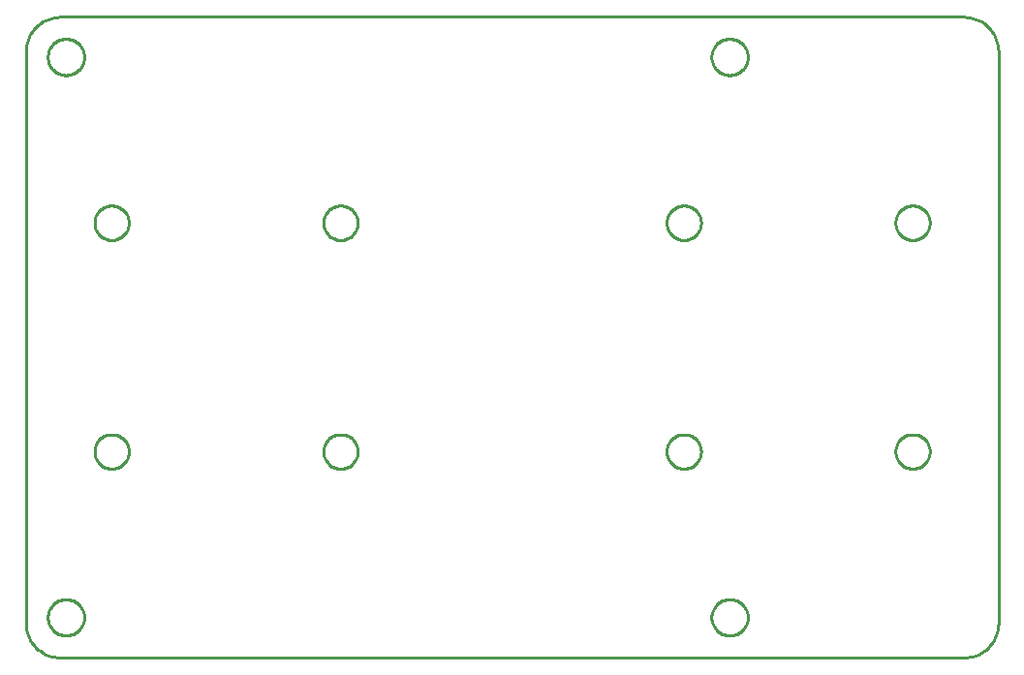
<source format=gbr>
G04 EAGLE Gerber RS-274X export*
G75*
%MOMM*%
%FSLAX34Y34*%
%LPD*%
%IN*%
%IPPOS*%
%AMOC8*
5,1,8,0,0,1.08239X$1,22.5*%
G01*
%ADD10C,0.254000*%


D10*
X-425000Y-249999D02*
X-424886Y-252614D01*
X-424544Y-255209D01*
X-423978Y-257764D01*
X-423191Y-260260D01*
X-422189Y-262678D01*
X-420981Y-264999D01*
X-419574Y-267207D01*
X-417981Y-269283D01*
X-416213Y-271213D01*
X-414284Y-272981D01*
X-412207Y-274574D01*
X-410000Y-275980D01*
X-407678Y-277189D01*
X-405261Y-278190D01*
X-402764Y-278977D01*
X-400209Y-279544D01*
X-397615Y-279885D01*
X-395000Y-279999D01*
X395000Y-279999D01*
X397615Y-279885D01*
X400209Y-279544D01*
X402764Y-278977D01*
X405261Y-278190D01*
X407678Y-277189D01*
X410000Y-275980D01*
X412207Y-274574D01*
X414284Y-272981D01*
X416213Y-271213D01*
X417981Y-269283D01*
X419574Y-267207D01*
X420981Y-264999D01*
X422189Y-262678D01*
X423191Y-260260D01*
X423978Y-257764D01*
X424544Y-255209D01*
X424886Y-252614D01*
X425000Y-249999D01*
X425000Y249999D01*
X424886Y252614D01*
X424544Y255209D01*
X423978Y257764D01*
X423191Y260260D01*
X422189Y262678D01*
X420981Y264999D01*
X419574Y267207D01*
X417981Y269283D01*
X416213Y271213D01*
X414284Y272981D01*
X412207Y274574D01*
X410000Y275980D01*
X407678Y277189D01*
X405261Y278190D01*
X402764Y278977D01*
X400209Y279544D01*
X397615Y279885D01*
X395000Y279999D01*
X-395000Y279999D01*
X-397615Y279885D01*
X-400209Y279544D01*
X-402764Y278977D01*
X-405261Y278190D01*
X-407678Y277189D01*
X-410000Y275980D01*
X-412207Y274574D01*
X-414284Y272981D01*
X-416213Y271213D01*
X-417981Y269283D01*
X-419574Y267207D01*
X-420981Y264999D01*
X-422189Y262678D01*
X-423191Y260260D01*
X-423978Y257764D01*
X-424544Y255209D01*
X-424886Y252614D01*
X-425000Y249999D01*
X-425000Y-249999D01*
X-374124Y244480D02*
X-374192Y243443D01*
X-374328Y242413D01*
X-374531Y241393D01*
X-374800Y240389D01*
X-375134Y239405D01*
X-375532Y238445D01*
X-375991Y237513D01*
X-376511Y236612D01*
X-377088Y235748D01*
X-377721Y234924D01*
X-378406Y234142D01*
X-379141Y233407D01*
X-379923Y232722D01*
X-380747Y232089D01*
X-381612Y231512D01*
X-382512Y230992D01*
X-383444Y230532D01*
X-384404Y230135D01*
X-385388Y229800D01*
X-386392Y229531D01*
X-387412Y229329D01*
X-388442Y229193D01*
X-389480Y229125D01*
X-390519Y229125D01*
X-391556Y229193D01*
X-392587Y229329D01*
X-393606Y229531D01*
X-394610Y229800D01*
X-395594Y230135D01*
X-396554Y230532D01*
X-397487Y230992D01*
X-398387Y231512D01*
X-399251Y232089D01*
X-400076Y232722D01*
X-400857Y233407D01*
X-401592Y234142D01*
X-402277Y234924D01*
X-402910Y235748D01*
X-403488Y236612D01*
X-404007Y237513D01*
X-404467Y238445D01*
X-404865Y239405D01*
X-405199Y240389D01*
X-405468Y241393D01*
X-405671Y242413D01*
X-405806Y243443D01*
X-405874Y244480D01*
X-405874Y245520D01*
X-405806Y246557D01*
X-405671Y247587D01*
X-405468Y248607D01*
X-405199Y249611D01*
X-404865Y250595D01*
X-404467Y251555D01*
X-404007Y252487D01*
X-403488Y253388D01*
X-402910Y254252D01*
X-402277Y255076D01*
X-401592Y255858D01*
X-400857Y256593D01*
X-400076Y257278D01*
X-399251Y257911D01*
X-398387Y258488D01*
X-397487Y259008D01*
X-396554Y259468D01*
X-395594Y259866D01*
X-394610Y260200D01*
X-393606Y260469D01*
X-392587Y260671D01*
X-391556Y260807D01*
X-390519Y260875D01*
X-389480Y260875D01*
X-388442Y260807D01*
X-387412Y260671D01*
X-386392Y260469D01*
X-385388Y260200D01*
X-384404Y259866D01*
X-383444Y259468D01*
X-382512Y259008D01*
X-381612Y258488D01*
X-380747Y257911D01*
X-379923Y257278D01*
X-379141Y256593D01*
X-378406Y255858D01*
X-377721Y255076D01*
X-377088Y254252D01*
X-376511Y253388D01*
X-375991Y252487D01*
X-375532Y251555D01*
X-375134Y250595D01*
X-374800Y249611D01*
X-374531Y248607D01*
X-374328Y247587D01*
X-374192Y246557D01*
X-374124Y245520D01*
X-374124Y244480D01*
X205875Y244480D02*
X205807Y243443D01*
X205671Y242413D01*
X205468Y241393D01*
X205199Y240389D01*
X204865Y239405D01*
X204468Y238445D01*
X204008Y237513D01*
X203488Y236612D01*
X202911Y235748D01*
X202278Y234924D01*
X201593Y234142D01*
X200858Y233407D01*
X200076Y232722D01*
X199252Y232089D01*
X198387Y231512D01*
X197487Y230992D01*
X196555Y230532D01*
X195595Y230135D01*
X194611Y229800D01*
X193607Y229531D01*
X192587Y229329D01*
X191557Y229193D01*
X190520Y229125D01*
X189480Y229125D01*
X188443Y229193D01*
X187413Y229329D01*
X186393Y229531D01*
X185389Y229800D01*
X184405Y230135D01*
X183445Y230532D01*
X182512Y230992D01*
X181612Y231512D01*
X180748Y232089D01*
X179924Y232722D01*
X179142Y233407D01*
X178407Y234142D01*
X177722Y234924D01*
X177089Y235748D01*
X176512Y236612D01*
X175992Y237513D01*
X175532Y238445D01*
X175134Y239405D01*
X174800Y240389D01*
X174531Y241393D01*
X174329Y242413D01*
X174193Y243443D01*
X174125Y244480D01*
X174125Y245520D01*
X174193Y246557D01*
X174329Y247587D01*
X174531Y248607D01*
X174800Y249611D01*
X175134Y250595D01*
X175532Y251555D01*
X175992Y252487D01*
X176512Y253388D01*
X177089Y254252D01*
X177722Y255076D01*
X178407Y255858D01*
X179142Y256593D01*
X179924Y257278D01*
X180748Y257911D01*
X181612Y258488D01*
X182512Y259008D01*
X183445Y259468D01*
X184405Y259866D01*
X185389Y260200D01*
X186393Y260469D01*
X187413Y260671D01*
X188443Y260807D01*
X189480Y260875D01*
X190520Y260875D01*
X191557Y260807D01*
X192587Y260671D01*
X193607Y260469D01*
X194611Y260200D01*
X195595Y259866D01*
X196555Y259468D01*
X197487Y259008D01*
X198387Y258488D01*
X199252Y257911D01*
X200076Y257278D01*
X200858Y256593D01*
X201593Y255858D01*
X202278Y255076D01*
X202911Y254252D01*
X203488Y253388D01*
X204008Y252487D01*
X204468Y251555D01*
X204865Y250595D01*
X205199Y249611D01*
X205468Y248607D01*
X205671Y247587D01*
X205807Y246557D01*
X205875Y245520D01*
X205875Y244480D01*
X205875Y-245520D02*
X205807Y-246557D01*
X205671Y-247587D01*
X205468Y-248607D01*
X205199Y-249611D01*
X204865Y-250595D01*
X204468Y-251555D01*
X204008Y-252487D01*
X203488Y-253388D01*
X202911Y-254252D01*
X202278Y-255076D01*
X201593Y-255858D01*
X200858Y-256593D01*
X200076Y-257278D01*
X199252Y-257911D01*
X198387Y-258488D01*
X197487Y-259008D01*
X196555Y-259468D01*
X195595Y-259866D01*
X194611Y-260200D01*
X193607Y-260469D01*
X192587Y-260671D01*
X191557Y-260807D01*
X190520Y-260875D01*
X189480Y-260875D01*
X188443Y-260807D01*
X187413Y-260671D01*
X186393Y-260469D01*
X185389Y-260200D01*
X184405Y-259866D01*
X183445Y-259468D01*
X182512Y-259008D01*
X181612Y-258488D01*
X180748Y-257911D01*
X179924Y-257278D01*
X179142Y-256593D01*
X178407Y-255858D01*
X177722Y-255076D01*
X177089Y-254252D01*
X176512Y-253388D01*
X175992Y-252487D01*
X175532Y-251555D01*
X175134Y-250595D01*
X174800Y-249611D01*
X174531Y-248607D01*
X174329Y-247587D01*
X174193Y-246557D01*
X174125Y-245520D01*
X174125Y-244480D01*
X174193Y-243443D01*
X174329Y-242413D01*
X174531Y-241393D01*
X174800Y-240389D01*
X175134Y-239405D01*
X175532Y-238445D01*
X175992Y-237513D01*
X176512Y-236612D01*
X177089Y-235748D01*
X177722Y-234924D01*
X178407Y-234142D01*
X179142Y-233407D01*
X179924Y-232722D01*
X180748Y-232089D01*
X181612Y-231512D01*
X182512Y-230992D01*
X183445Y-230532D01*
X184405Y-230135D01*
X185389Y-229800D01*
X186393Y-229531D01*
X187413Y-229329D01*
X188443Y-229193D01*
X189480Y-229125D01*
X190520Y-229125D01*
X191557Y-229193D01*
X192587Y-229329D01*
X193607Y-229531D01*
X194611Y-229800D01*
X195595Y-230135D01*
X196555Y-230532D01*
X197487Y-230992D01*
X198387Y-231512D01*
X199252Y-232089D01*
X200076Y-232722D01*
X200858Y-233407D01*
X201593Y-234142D01*
X202278Y-234924D01*
X202911Y-235748D01*
X203488Y-236612D01*
X204008Y-237513D01*
X204468Y-238445D01*
X204865Y-239405D01*
X205199Y-240389D01*
X205468Y-241393D01*
X205671Y-242413D01*
X205807Y-243443D01*
X205875Y-244480D01*
X205875Y-245520D01*
X-374124Y-245520D02*
X-374192Y-246557D01*
X-374328Y-247587D01*
X-374531Y-248607D01*
X-374800Y-249611D01*
X-375134Y-250595D01*
X-375532Y-251555D01*
X-375991Y-252487D01*
X-376511Y-253388D01*
X-377088Y-254252D01*
X-377721Y-255076D01*
X-378406Y-255858D01*
X-379141Y-256593D01*
X-379923Y-257278D01*
X-380747Y-257911D01*
X-381612Y-258488D01*
X-382512Y-259008D01*
X-383444Y-259468D01*
X-384404Y-259866D01*
X-385388Y-260200D01*
X-386392Y-260469D01*
X-387412Y-260671D01*
X-388442Y-260807D01*
X-389480Y-260875D01*
X-390519Y-260875D01*
X-391556Y-260807D01*
X-392587Y-260671D01*
X-393606Y-260469D01*
X-394610Y-260200D01*
X-395594Y-259866D01*
X-396554Y-259468D01*
X-397487Y-259008D01*
X-398387Y-258488D01*
X-399251Y-257911D01*
X-400076Y-257278D01*
X-400857Y-256593D01*
X-401592Y-255858D01*
X-402277Y-255076D01*
X-402910Y-254252D01*
X-403488Y-253388D01*
X-404007Y-252487D01*
X-404467Y-251555D01*
X-404865Y-250595D01*
X-405199Y-249611D01*
X-405468Y-248607D01*
X-405671Y-247587D01*
X-405806Y-246557D01*
X-405874Y-245520D01*
X-405874Y-244480D01*
X-405806Y-243443D01*
X-405671Y-242413D01*
X-405468Y-241393D01*
X-405199Y-240389D01*
X-404865Y-239405D01*
X-404467Y-238445D01*
X-404007Y-237513D01*
X-403488Y-236612D01*
X-402910Y-235748D01*
X-402277Y-234924D01*
X-401592Y-234142D01*
X-400857Y-233407D01*
X-400076Y-232722D01*
X-399251Y-232089D01*
X-398387Y-231512D01*
X-397487Y-230992D01*
X-396554Y-230532D01*
X-395594Y-230135D01*
X-394610Y-229800D01*
X-393606Y-229531D01*
X-392587Y-229329D01*
X-391556Y-229193D01*
X-390519Y-229125D01*
X-389480Y-229125D01*
X-388442Y-229193D01*
X-387412Y-229329D01*
X-386392Y-229531D01*
X-385388Y-229800D01*
X-384404Y-230135D01*
X-383444Y-230532D01*
X-382512Y-230992D01*
X-381612Y-231512D01*
X-380747Y-232089D01*
X-379923Y-232722D01*
X-379141Y-233407D01*
X-378406Y-234142D01*
X-377721Y-234924D01*
X-377088Y-235748D01*
X-376511Y-236612D01*
X-375991Y-237513D01*
X-375532Y-238445D01*
X-375134Y-239405D01*
X-374800Y-240389D01*
X-374531Y-241393D01*
X-374328Y-242413D01*
X-374192Y-243443D01*
X-374124Y-244480D01*
X-374124Y-245520D01*
X-335000Y99464D02*
X-335076Y98396D01*
X-335229Y97335D01*
X-335457Y96288D01*
X-335759Y95260D01*
X-336133Y94256D01*
X-336578Y93281D01*
X-337092Y92341D01*
X-337671Y91440D01*
X-338313Y90582D01*
X-339015Y89772D01*
X-339772Y89015D01*
X-340582Y88313D01*
X-341440Y87671D01*
X-342341Y87092D01*
X-343281Y86578D01*
X-344256Y86133D01*
X-345260Y85759D01*
X-346288Y85457D01*
X-347335Y85229D01*
X-348396Y85076D01*
X-349464Y85000D01*
X-350536Y85000D01*
X-351604Y85076D01*
X-352665Y85229D01*
X-353712Y85457D01*
X-354740Y85759D01*
X-355744Y86133D01*
X-356719Y86578D01*
X-357659Y87092D01*
X-358560Y87671D01*
X-359418Y88313D01*
X-360228Y89015D01*
X-360985Y89772D01*
X-361687Y90582D01*
X-362329Y91440D01*
X-362908Y92341D01*
X-363422Y93281D01*
X-363867Y94256D01*
X-364241Y95260D01*
X-364543Y96288D01*
X-364771Y97335D01*
X-364924Y98396D01*
X-365000Y99464D01*
X-365000Y100536D01*
X-364924Y101604D01*
X-364771Y102665D01*
X-364543Y103712D01*
X-364241Y104740D01*
X-363867Y105744D01*
X-363422Y106719D01*
X-362908Y107659D01*
X-362329Y108560D01*
X-361687Y109418D01*
X-360985Y110228D01*
X-360228Y110985D01*
X-359418Y111687D01*
X-358560Y112329D01*
X-357659Y112908D01*
X-356719Y113422D01*
X-355744Y113867D01*
X-354740Y114241D01*
X-353712Y114543D01*
X-352665Y114771D01*
X-351604Y114924D01*
X-350536Y115000D01*
X-349464Y115000D01*
X-348396Y114924D01*
X-347335Y114771D01*
X-346288Y114543D01*
X-345260Y114241D01*
X-344256Y113867D01*
X-343281Y113422D01*
X-342341Y112908D01*
X-341440Y112329D01*
X-340582Y111687D01*
X-339772Y110985D01*
X-339015Y110228D01*
X-338313Y109418D01*
X-337671Y108560D01*
X-337092Y107659D01*
X-336578Y106719D01*
X-336133Y105744D01*
X-335759Y104740D01*
X-335457Y103712D01*
X-335229Y102665D01*
X-335076Y101604D01*
X-335000Y100536D01*
X-335000Y99464D01*
X-135000Y99464D02*
X-135076Y98396D01*
X-135229Y97335D01*
X-135457Y96288D01*
X-135759Y95260D01*
X-136133Y94256D01*
X-136578Y93281D01*
X-137092Y92341D01*
X-137671Y91440D01*
X-138313Y90582D01*
X-139015Y89772D01*
X-139772Y89015D01*
X-140582Y88313D01*
X-141440Y87671D01*
X-142341Y87092D01*
X-143281Y86578D01*
X-144256Y86133D01*
X-145260Y85759D01*
X-146288Y85457D01*
X-147335Y85229D01*
X-148396Y85076D01*
X-149464Y85000D01*
X-150536Y85000D01*
X-151604Y85076D01*
X-152665Y85229D01*
X-153712Y85457D01*
X-154740Y85759D01*
X-155744Y86133D01*
X-156719Y86578D01*
X-157659Y87092D01*
X-158560Y87671D01*
X-159418Y88313D01*
X-160228Y89015D01*
X-160985Y89772D01*
X-161687Y90582D01*
X-162329Y91440D01*
X-162908Y92341D01*
X-163422Y93281D01*
X-163867Y94256D01*
X-164241Y95260D01*
X-164543Y96288D01*
X-164771Y97335D01*
X-164924Y98396D01*
X-165000Y99464D01*
X-165000Y100536D01*
X-164924Y101604D01*
X-164771Y102665D01*
X-164543Y103712D01*
X-164241Y104740D01*
X-163867Y105744D01*
X-163422Y106719D01*
X-162908Y107659D01*
X-162329Y108560D01*
X-161687Y109418D01*
X-160985Y110228D01*
X-160228Y110985D01*
X-159418Y111687D01*
X-158560Y112329D01*
X-157659Y112908D01*
X-156719Y113422D01*
X-155744Y113867D01*
X-154740Y114241D01*
X-153712Y114543D01*
X-152665Y114771D01*
X-151604Y114924D01*
X-150536Y115000D01*
X-149464Y115000D01*
X-148396Y114924D01*
X-147335Y114771D01*
X-146288Y114543D01*
X-145260Y114241D01*
X-144256Y113867D01*
X-143281Y113422D01*
X-142341Y112908D01*
X-141440Y112329D01*
X-140582Y111687D01*
X-139772Y110985D01*
X-139015Y110228D01*
X-138313Y109418D01*
X-137671Y108560D01*
X-137092Y107659D01*
X-136578Y106719D01*
X-136133Y105744D01*
X-135759Y104740D01*
X-135457Y103712D01*
X-135229Y102665D01*
X-135076Y101604D01*
X-135000Y100536D01*
X-135000Y99464D01*
X-135000Y-100536D02*
X-135076Y-101604D01*
X-135229Y-102665D01*
X-135457Y-103712D01*
X-135759Y-104740D01*
X-136133Y-105744D01*
X-136578Y-106719D01*
X-137092Y-107659D01*
X-137671Y-108560D01*
X-138313Y-109418D01*
X-139015Y-110228D01*
X-139772Y-110985D01*
X-140582Y-111687D01*
X-141440Y-112329D01*
X-142341Y-112908D01*
X-143281Y-113422D01*
X-144256Y-113867D01*
X-145260Y-114241D01*
X-146288Y-114543D01*
X-147335Y-114771D01*
X-148396Y-114924D01*
X-149464Y-115000D01*
X-150536Y-115000D01*
X-151604Y-114924D01*
X-152665Y-114771D01*
X-153712Y-114543D01*
X-154740Y-114241D01*
X-155744Y-113867D01*
X-156719Y-113422D01*
X-157659Y-112908D01*
X-158560Y-112329D01*
X-159418Y-111687D01*
X-160228Y-110985D01*
X-160985Y-110228D01*
X-161687Y-109418D01*
X-162329Y-108560D01*
X-162908Y-107659D01*
X-163422Y-106719D01*
X-163867Y-105744D01*
X-164241Y-104740D01*
X-164543Y-103712D01*
X-164771Y-102665D01*
X-164924Y-101604D01*
X-165000Y-100536D01*
X-165000Y-99464D01*
X-164924Y-98396D01*
X-164771Y-97335D01*
X-164543Y-96288D01*
X-164241Y-95260D01*
X-163867Y-94256D01*
X-163422Y-93281D01*
X-162908Y-92341D01*
X-162329Y-91440D01*
X-161687Y-90582D01*
X-160985Y-89772D01*
X-160228Y-89015D01*
X-159418Y-88313D01*
X-158560Y-87671D01*
X-157659Y-87092D01*
X-156719Y-86578D01*
X-155744Y-86133D01*
X-154740Y-85759D01*
X-153712Y-85457D01*
X-152665Y-85229D01*
X-151604Y-85076D01*
X-150536Y-85000D01*
X-149464Y-85000D01*
X-148396Y-85076D01*
X-147335Y-85229D01*
X-146288Y-85457D01*
X-145260Y-85759D01*
X-144256Y-86133D01*
X-143281Y-86578D01*
X-142341Y-87092D01*
X-141440Y-87671D01*
X-140582Y-88313D01*
X-139772Y-89015D01*
X-139015Y-89772D01*
X-138313Y-90582D01*
X-137671Y-91440D01*
X-137092Y-92341D01*
X-136578Y-93281D01*
X-136133Y-94256D01*
X-135759Y-95260D01*
X-135457Y-96288D01*
X-135229Y-97335D01*
X-135076Y-98396D01*
X-135000Y-99464D01*
X-135000Y-100536D01*
X-335000Y-100536D02*
X-335076Y-101604D01*
X-335229Y-102665D01*
X-335457Y-103712D01*
X-335759Y-104740D01*
X-336133Y-105744D01*
X-336578Y-106719D01*
X-337092Y-107659D01*
X-337671Y-108560D01*
X-338313Y-109418D01*
X-339015Y-110228D01*
X-339772Y-110985D01*
X-340582Y-111687D01*
X-341440Y-112329D01*
X-342341Y-112908D01*
X-343281Y-113422D01*
X-344256Y-113867D01*
X-345260Y-114241D01*
X-346288Y-114543D01*
X-347335Y-114771D01*
X-348396Y-114924D01*
X-349464Y-115000D01*
X-350536Y-115000D01*
X-351604Y-114924D01*
X-352665Y-114771D01*
X-353712Y-114543D01*
X-354740Y-114241D01*
X-355744Y-113867D01*
X-356719Y-113422D01*
X-357659Y-112908D01*
X-358560Y-112329D01*
X-359418Y-111687D01*
X-360228Y-110985D01*
X-360985Y-110228D01*
X-361687Y-109418D01*
X-362329Y-108560D01*
X-362908Y-107659D01*
X-363422Y-106719D01*
X-363867Y-105744D01*
X-364241Y-104740D01*
X-364543Y-103712D01*
X-364771Y-102665D01*
X-364924Y-101604D01*
X-365000Y-100536D01*
X-365000Y-99464D01*
X-364924Y-98396D01*
X-364771Y-97335D01*
X-364543Y-96288D01*
X-364241Y-95260D01*
X-363867Y-94256D01*
X-363422Y-93281D01*
X-362908Y-92341D01*
X-362329Y-91440D01*
X-361687Y-90582D01*
X-360985Y-89772D01*
X-360228Y-89015D01*
X-359418Y-88313D01*
X-358560Y-87671D01*
X-357659Y-87092D01*
X-356719Y-86578D01*
X-355744Y-86133D01*
X-354740Y-85759D01*
X-353712Y-85457D01*
X-352665Y-85229D01*
X-351604Y-85076D01*
X-350536Y-85000D01*
X-349464Y-85000D01*
X-348396Y-85076D01*
X-347335Y-85229D01*
X-346288Y-85457D01*
X-345260Y-85759D01*
X-344256Y-86133D01*
X-343281Y-86578D01*
X-342341Y-87092D01*
X-341440Y-87671D01*
X-340582Y-88313D01*
X-339772Y-89015D01*
X-339015Y-89772D01*
X-338313Y-90582D01*
X-337671Y-91440D01*
X-337092Y-92341D01*
X-336578Y-93281D01*
X-336133Y-94256D01*
X-335759Y-95260D01*
X-335457Y-96288D01*
X-335229Y-97335D01*
X-335076Y-98396D01*
X-335000Y-99464D01*
X-335000Y-100536D01*
X335000Y-99464D02*
X335076Y-98396D01*
X335229Y-97335D01*
X335457Y-96288D01*
X335759Y-95260D01*
X336133Y-94256D01*
X336578Y-93281D01*
X337092Y-92341D01*
X337671Y-91440D01*
X338313Y-90582D01*
X339015Y-89772D01*
X339772Y-89015D01*
X340582Y-88313D01*
X341440Y-87671D01*
X342341Y-87092D01*
X343281Y-86578D01*
X344256Y-86133D01*
X345260Y-85759D01*
X346288Y-85457D01*
X347335Y-85229D01*
X348396Y-85076D01*
X349464Y-85000D01*
X350536Y-85000D01*
X351604Y-85076D01*
X352665Y-85229D01*
X353712Y-85457D01*
X354740Y-85759D01*
X355744Y-86133D01*
X356719Y-86578D01*
X357659Y-87092D01*
X358560Y-87671D01*
X359418Y-88313D01*
X360228Y-89015D01*
X360985Y-89772D01*
X361687Y-90582D01*
X362329Y-91440D01*
X362908Y-92341D01*
X363422Y-93281D01*
X363867Y-94256D01*
X364241Y-95260D01*
X364543Y-96288D01*
X364771Y-97335D01*
X364924Y-98396D01*
X365000Y-99464D01*
X365000Y-100536D01*
X364924Y-101604D01*
X364771Y-102665D01*
X364543Y-103712D01*
X364241Y-104740D01*
X363867Y-105744D01*
X363422Y-106719D01*
X362908Y-107659D01*
X362329Y-108560D01*
X361687Y-109418D01*
X360985Y-110228D01*
X360228Y-110985D01*
X359418Y-111687D01*
X358560Y-112329D01*
X357659Y-112908D01*
X356719Y-113422D01*
X355744Y-113867D01*
X354740Y-114241D01*
X353712Y-114543D01*
X352665Y-114771D01*
X351604Y-114924D01*
X350536Y-115000D01*
X349464Y-115000D01*
X348396Y-114924D01*
X347335Y-114771D01*
X346288Y-114543D01*
X345260Y-114241D01*
X344256Y-113867D01*
X343281Y-113422D01*
X342341Y-112908D01*
X341440Y-112329D01*
X340582Y-111687D01*
X339772Y-110985D01*
X339015Y-110228D01*
X338313Y-109418D01*
X337671Y-108560D01*
X337092Y-107659D01*
X336578Y-106719D01*
X336133Y-105744D01*
X335759Y-104740D01*
X335457Y-103712D01*
X335229Y-102665D01*
X335076Y-101604D01*
X335000Y-100536D01*
X335000Y-99464D01*
X135000Y-99464D02*
X135076Y-98396D01*
X135229Y-97335D01*
X135457Y-96288D01*
X135759Y-95260D01*
X136133Y-94256D01*
X136578Y-93281D01*
X137092Y-92341D01*
X137671Y-91440D01*
X138313Y-90582D01*
X139015Y-89772D01*
X139772Y-89015D01*
X140582Y-88313D01*
X141440Y-87671D01*
X142341Y-87092D01*
X143281Y-86578D01*
X144256Y-86133D01*
X145260Y-85759D01*
X146288Y-85457D01*
X147335Y-85229D01*
X148396Y-85076D01*
X149464Y-85000D01*
X150536Y-85000D01*
X151604Y-85076D01*
X152665Y-85229D01*
X153712Y-85457D01*
X154740Y-85759D01*
X155744Y-86133D01*
X156719Y-86578D01*
X157659Y-87092D01*
X158560Y-87671D01*
X159418Y-88313D01*
X160228Y-89015D01*
X160985Y-89772D01*
X161687Y-90582D01*
X162329Y-91440D01*
X162908Y-92341D01*
X163422Y-93281D01*
X163867Y-94256D01*
X164241Y-95260D01*
X164543Y-96288D01*
X164771Y-97335D01*
X164924Y-98396D01*
X165000Y-99464D01*
X165000Y-100536D01*
X164924Y-101604D01*
X164771Y-102665D01*
X164543Y-103712D01*
X164241Y-104740D01*
X163867Y-105744D01*
X163422Y-106719D01*
X162908Y-107659D01*
X162329Y-108560D01*
X161687Y-109418D01*
X160985Y-110228D01*
X160228Y-110985D01*
X159418Y-111687D01*
X158560Y-112329D01*
X157659Y-112908D01*
X156719Y-113422D01*
X155744Y-113867D01*
X154740Y-114241D01*
X153712Y-114543D01*
X152665Y-114771D01*
X151604Y-114924D01*
X150536Y-115000D01*
X149464Y-115000D01*
X148396Y-114924D01*
X147335Y-114771D01*
X146288Y-114543D01*
X145260Y-114241D01*
X144256Y-113867D01*
X143281Y-113422D01*
X142341Y-112908D01*
X141440Y-112329D01*
X140582Y-111687D01*
X139772Y-110985D01*
X139015Y-110228D01*
X138313Y-109418D01*
X137671Y-108560D01*
X137092Y-107659D01*
X136578Y-106719D01*
X136133Y-105744D01*
X135759Y-104740D01*
X135457Y-103712D01*
X135229Y-102665D01*
X135076Y-101604D01*
X135000Y-100536D01*
X135000Y-99464D01*
X135000Y100536D02*
X135076Y101604D01*
X135229Y102665D01*
X135457Y103712D01*
X135759Y104740D01*
X136133Y105744D01*
X136578Y106719D01*
X137092Y107659D01*
X137671Y108560D01*
X138313Y109418D01*
X139015Y110228D01*
X139772Y110985D01*
X140582Y111687D01*
X141440Y112329D01*
X142341Y112908D01*
X143281Y113422D01*
X144256Y113867D01*
X145260Y114241D01*
X146288Y114543D01*
X147335Y114771D01*
X148396Y114924D01*
X149464Y115000D01*
X150536Y115000D01*
X151604Y114924D01*
X152665Y114771D01*
X153712Y114543D01*
X154740Y114241D01*
X155744Y113867D01*
X156719Y113422D01*
X157659Y112908D01*
X158560Y112329D01*
X159418Y111687D01*
X160228Y110985D01*
X160985Y110228D01*
X161687Y109418D01*
X162329Y108560D01*
X162908Y107659D01*
X163422Y106719D01*
X163867Y105744D01*
X164241Y104740D01*
X164543Y103712D01*
X164771Y102665D01*
X164924Y101604D01*
X165000Y100536D01*
X165000Y99464D01*
X164924Y98396D01*
X164771Y97335D01*
X164543Y96288D01*
X164241Y95260D01*
X163867Y94256D01*
X163422Y93281D01*
X162908Y92341D01*
X162329Y91440D01*
X161687Y90582D01*
X160985Y89772D01*
X160228Y89015D01*
X159418Y88313D01*
X158560Y87671D01*
X157659Y87092D01*
X156719Y86578D01*
X155744Y86133D01*
X154740Y85759D01*
X153712Y85457D01*
X152665Y85229D01*
X151604Y85076D01*
X150536Y85000D01*
X149464Y85000D01*
X148396Y85076D01*
X147335Y85229D01*
X146288Y85457D01*
X145260Y85759D01*
X144256Y86133D01*
X143281Y86578D01*
X142341Y87092D01*
X141440Y87671D01*
X140582Y88313D01*
X139772Y89015D01*
X139015Y89772D01*
X138313Y90582D01*
X137671Y91440D01*
X137092Y92341D01*
X136578Y93281D01*
X136133Y94256D01*
X135759Y95260D01*
X135457Y96288D01*
X135229Y97335D01*
X135076Y98396D01*
X135000Y99464D01*
X135000Y100536D01*
X335000Y100536D02*
X335076Y101604D01*
X335229Y102665D01*
X335457Y103712D01*
X335759Y104740D01*
X336133Y105744D01*
X336578Y106719D01*
X337092Y107659D01*
X337671Y108560D01*
X338313Y109418D01*
X339015Y110228D01*
X339772Y110985D01*
X340582Y111687D01*
X341440Y112329D01*
X342341Y112908D01*
X343281Y113422D01*
X344256Y113867D01*
X345260Y114241D01*
X346288Y114543D01*
X347335Y114771D01*
X348396Y114924D01*
X349464Y115000D01*
X350536Y115000D01*
X351604Y114924D01*
X352665Y114771D01*
X353712Y114543D01*
X354740Y114241D01*
X355744Y113867D01*
X356719Y113422D01*
X357659Y112908D01*
X358560Y112329D01*
X359418Y111687D01*
X360228Y110985D01*
X360985Y110228D01*
X361687Y109418D01*
X362329Y108560D01*
X362908Y107659D01*
X363422Y106719D01*
X363867Y105744D01*
X364241Y104740D01*
X364543Y103712D01*
X364771Y102665D01*
X364924Y101604D01*
X365000Y100536D01*
X365000Y99464D01*
X364924Y98396D01*
X364771Y97335D01*
X364543Y96288D01*
X364241Y95260D01*
X363867Y94256D01*
X363422Y93281D01*
X362908Y92341D01*
X362329Y91440D01*
X361687Y90582D01*
X360985Y89772D01*
X360228Y89015D01*
X359418Y88313D01*
X358560Y87671D01*
X357659Y87092D01*
X356719Y86578D01*
X355744Y86133D01*
X354740Y85759D01*
X353712Y85457D01*
X352665Y85229D01*
X351604Y85076D01*
X350536Y85000D01*
X349464Y85000D01*
X348396Y85076D01*
X347335Y85229D01*
X346288Y85457D01*
X345260Y85759D01*
X344256Y86133D01*
X343281Y86578D01*
X342341Y87092D01*
X341440Y87671D01*
X340582Y88313D01*
X339772Y89015D01*
X339015Y89772D01*
X338313Y90582D01*
X337671Y91440D01*
X337092Y92341D01*
X336578Y93281D01*
X336133Y94256D01*
X335759Y95260D01*
X335457Y96288D01*
X335229Y97335D01*
X335076Y98396D01*
X335000Y99464D01*
X335000Y100536D01*
M02*

</source>
